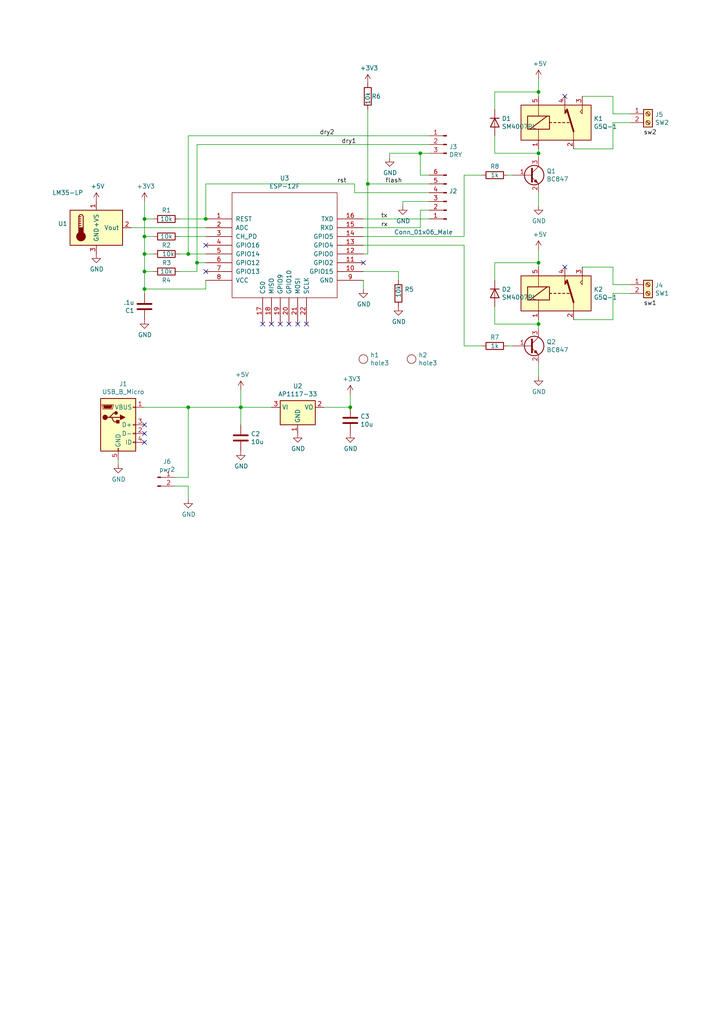
<source format=kicad_sch>
(kicad_sch (version 20230121) (generator eeschema)
  (paper "A4" portrait)
  (lib_symbols
    (symbol "Connector:Screw_Terminal_01x02" (pin_names (offset 1.016) hide)
      (property "Reference" "J" (at 0 2.54 0))
      (property "Value" "Screw_Terminal_01x02" (at 0 -5.08 0))
      (symbol "Screw_Terminal_01x02_1_1"
        (rectangle (start -1.27 1.27) (end 1.27 -3.81) (stroke (width 0.254)) (fill (type background)))
        (circle (center 0 -2.54) (radius 0.635) (stroke (width 0.1524)))
        (polyline (pts (xy -0.5334 -2.2098) (xy 0.3302 -3.048)) (stroke (width 0.1524)))
        (polyline (pts (xy -0.5334 0.3302) (xy 0.3302 -0.508)) (stroke (width 0.1524)))
        (polyline (pts (xy -0.3556 -2.032) (xy 0.508 -2.8702)) (stroke (width 0.1524)))
        (polyline (pts (xy -0.3556 0.508) (xy 0.508 -0.3302)) (stroke (width 0.1524)))
        (circle (center 0 0) (radius 0.635) (stroke (width 0.1524)))
        (pin passive line (at -5.08 0 0) (length 3.81) (name "Pin_1") (number "1"))
        (pin passive line (at -5.08 -2.54 0) (length 3.81) (name "Pin_2") (number "2"))
      )
    )
    (symbol "Device:C" (pin_numbers hide) (pin_names (offset 0.254))
      (property "Reference" "C" (at 0.635 2.54 0))
      (property "Value" "C" (at 0.635 -2.54 0))
      (symbol "C_0_1"
        (polyline (pts (xy -2.032 -0.762) (xy 2.032 -0.762)) (stroke (width 0.508)))
        (polyline (pts (xy -2.032 0.762) (xy 2.032 0.762)) (stroke (width 0.508)))
      )
      (symbol "C_1_1"
        (pin passive line (at 0 3.81 270) (length 2.794) (name "~") (number "1"))
        (pin passive line (at 0 -3.81 90) (length 2.794) (name "~") (number "2"))
      )
    )
    (symbol "Device:R" (pin_numbers hide) (pin_names (offset 0))
      (property "Reference" "R" (at 2.032 0 90))
      (property "Value" "R" (at 0 0 90))
      (symbol "R_0_1"
        (rectangle (start -1.016 -2.54) (end 1.016 2.54) (stroke (width 0.254)))
      )
      (symbol "R_1_1"
        (pin passive line (at 0 3.81 270) (length 1.27) (name "~") (number "1"))
        (pin passive line (at 0 -3.81 90) (length 1.27) (name "~") (number "2"))
      )
    )
    (symbol "Regulator_Linear:AP1117-33"
      (property "Reference" "U" (at -3.81 3.175 0))
      (property "Value" "AP1117-33" (at 0 3.175 0))
      (symbol "AP1117-33_0_1"
        (rectangle (start -5.08 -5.08) (end 5.08 1.905) (stroke (width 0.254)) (fill (type background)))
      )
      (symbol "AP1117-33_1_1"
        (pin power_in line (at 0 -7.62 90) (length 2.54) (name "GND") (number "1"))
        (pin power_out line (at 7.62 0 180) (length 2.54) (name "VO") (number "2"))
        (pin power_in line (at -7.62 0 0) (length 2.54) (name "VI") (number "3"))
      )
    )
    (symbol "Relay:G5Q-1"
      (property "Reference" "K" (at 11.43 3.81 0))
      (property "Value" "G5Q-1" (at 11.43 1.27 0))
      (symbol "G5Q-1_0_0"
        (polyline (pts (xy 7.62 5.08) (xy 7.62 2.54) (xy 6.985 3.175) (xy 7.62 3.81)))
      )
      (symbol "G5Q-1_0_1"
        (rectangle (start -10.16 5.08) (end 10.16 -5.08) (stroke (width 0.254)) (fill (type background)))
        (rectangle (start -8.255 1.905) (end -1.905 -1.905) (stroke (width 0.254)))
        (polyline (pts (xy -7.62 -1.905) (xy -2.54 1.905)) (stroke (width 0.254)))
        (polyline (pts (xy -5.08 -5.08) (xy -5.08 -1.905)))
        (polyline (pts (xy -5.08 5.08) (xy -5.08 1.905)))
        (polyline (pts (xy -1.905 0) (xy -1.27 0)) (stroke (width 0.254)))
        (polyline (pts (xy -0.635 0) (xy 0 0)) (stroke (width 0.254)))
        (polyline (pts (xy 0.635 0) (xy 1.27 0)) (stroke (width 0.254)))
        (polyline (pts (xy 1.905 0) (xy 2.54 0)) (stroke (width 0.254)))
        (polyline (pts (xy 3.175 0) (xy 3.81 0)) (stroke (width 0.254)))
        (polyline (pts (xy 5.08 -2.54) (xy 3.175 3.81)) (stroke (width 0.508)))
        (polyline (pts (xy 5.08 -2.54) (xy 5.08 -5.08)))
        (polyline (pts (xy 2.54 5.08) (xy 2.54 2.54) (xy 3.175 3.175) (xy 2.54 3.81)) (fill (type outline)))
      )
      (symbol "G5Q-1_1_1"
        (pin passive line (at -5.08 -7.62 90) (length 2.54) (name "~") (number "1"))
        (pin passive line (at 5.08 -7.62 90) (length 2.54) (name "~") (number "2"))
        (pin passive line (at 7.62 7.62 270) (length 2.54) (name "~") (number "3"))
        (pin passive line (at 2.54 7.62 270) (length 2.54) (name "~") (number "4"))
        (pin passive line (at -5.08 7.62 270) (length 2.54) (name "~") (number "5"))
      )
    )
    (symbol "Transistor_BJT:BC847" (pin_names (offset 0) hide)
      (property "Reference" "Q" (at 5.08 1.905 0))
      (property "Value" "BC847" (at 5.08 0 0))
      (symbol "BC847_0_1"
        (polyline (pts (xy 0.635 0.635) (xy 2.54 2.54)))
        (polyline (pts (xy 0.635 -0.635) (xy 2.54 -2.54) (xy 2.54 -2.54)))
        (polyline (pts (xy 0.635 1.905) (xy 0.635 -1.905) (xy 0.635 -1.905)) (stroke (width 0.508)))
        (polyline (pts (xy 1.27 -1.778) (xy 1.778 -1.27) (xy 2.286 -2.286) (xy 1.27 -1.778) (xy 1.27 -1.778)) (fill (type outline)))
        (circle (center 1.27 0) (radius 2.8194) (stroke (width 0.254)))
      )
      (symbol "BC847_1_1"
        (pin input line (at -5.08 0 0) (length 5.715) (name "B") (number "1"))
        (pin passive line (at 2.54 -5.08 90) (length 2.54) (name "E") (number "2"))
        (pin passive line (at 2.54 5.08 270) (length 2.54) (name "C") (number "3"))
      )
    )
    (symbol "device02-rescue:+3.3V-power" (power) (pin_names (offset 0))
      (property "Value" "+3.3V-power" (at 0 3.556 0))
      (symbol "+3.3V-power_0_1"
        (polyline (pts (xy -0.762 1.27) (xy 0 2.54)))
        (polyline (pts (xy 0 0) (xy 0 2.54)))
        (polyline (pts (xy 0 2.54) (xy 0.762 1.27)))
      )
      (symbol "+3.3V-power_1_1"
        (pin power_in line (at 0 0 90) (length 0) hide (name "+3V3") (number "1"))
      )
    )
    (symbol "device02-rescue:Conn_01x02_Male-Connector" (pin_names (offset 1.016) hide)
      (property "Reference" "J" (at 0 2.54 0))
      (property "Value" "Connector_Conn_01x02_Male" (at 0 -5.08 0))
      (symbol "Conn_01x02_Male-Connector_1_1"
        (polyline (pts (xy 1.27 -2.54) (xy 0.8636 -2.54)) (stroke (width 0.1524)))
        (polyline (pts (xy 1.27 0) (xy 0.8636 0)) (stroke (width 0.1524)))
        (rectangle (start 0.8636 -2.413) (end 0 -2.667) (stroke (width 0.1524)) (fill (type outline)))
        (rectangle (start 0.8636 0.127) (end 0 -0.127) (stroke (width 0.1524)) (fill (type outline)))
        (pin passive line (at 5.08 0 180) (length 3.81) (name "Pin_1") (number "1"))
        (pin passive line (at 5.08 -2.54 180) (length 3.81) (name "Pin_2") (number "2"))
      )
    )
    (symbol "device02-rescue:Conn_01x03_Male-Connector" (pin_names (offset 1.016) hide)
      (property "Reference" "J" (at 0 5.08 0))
      (property "Value" "Connector_Conn_01x03_Male" (at 0 -5.08 0))
      (symbol "Conn_01x03_Male-Connector_1_1"
        (polyline (pts (xy 1.27 -2.54) (xy 0.8636 -2.54)) (stroke (width 0.1524)))
        (polyline (pts (xy 1.27 0) (xy 0.8636 0)) (stroke (width 0.1524)))
        (polyline (pts (xy 1.27 2.54) (xy 0.8636 2.54)) (stroke (width 0.1524)))
        (rectangle (start 0.8636 -2.413) (end 0 -2.667) (stroke (width 0.1524)) (fill (type outline)))
        (rectangle (start 0.8636 0.127) (end 0 -0.127) (stroke (width 0.1524)) (fill (type outline)))
        (rectangle (start 0.8636 2.667) (end 0 2.413) (stroke (width 0.1524)) (fill (type outline)))
        (pin passive line (at 5.08 2.54 180) (length 3.81) (name "Pin_1") (number "1"))
        (pin passive line (at 5.08 0 180) (length 3.81) (name "Pin_2") (number "2"))
        (pin passive line (at 5.08 -2.54 180) (length 3.81) (name "Pin_3") (number "3"))
      )
    )
    (symbol "device02-rescue:Conn_01x06_Male-Connector" (pin_names (offset 1.016) hide)
      (property "Reference" "J" (at 0 7.62 0))
      (property "Value" "Connector_Conn_01x06_Male" (at 0 -10.16 0))
      (symbol "Conn_01x06_Male-Connector_1_1"
        (polyline (pts (xy 1.27 -7.62) (xy 0.8636 -7.62)) (stroke (width 0.1524)))
        (polyline (pts (xy 1.27 -5.08) (xy 0.8636 -5.08)) (stroke (width 0.1524)))
        (polyline (pts (xy 1.27 -2.54) (xy 0.8636 -2.54)) (stroke (width 0.1524)))
        (polyline (pts (xy 1.27 0) (xy 0.8636 0)) (stroke (width 0.1524)))
        (polyline (pts (xy 1.27 2.54) (xy 0.8636 2.54)) (stroke (width 0.1524)))
        (polyline (pts (xy 1.27 5.08) (xy 0.8636 5.08)) (stroke (width 0.1524)))
        (rectangle (start 0.8636 -7.493) (end 0 -7.747) (stroke (width 0.1524)) (fill (type outline)))
        (rectangle (start 0.8636 -4.953) (end 0 -5.207) (stroke (width 0.1524)) (fill (type outline)))
        (rectangle (start 0.8636 -2.413) (end 0 -2.667) (stroke (width 0.1524)) (fill (type outline)))
        (rectangle (start 0.8636 0.127) (end 0 -0.127) (stroke (width 0.1524)) (fill (type outline)))
        (rectangle (start 0.8636 2.667) (end 0 2.413) (stroke (width 0.1524)) (fill (type outline)))
        (rectangle (start 0.8636 5.207) (end 0 4.953) (stroke (width 0.1524)) (fill (type outline)))
        (pin passive line (at 5.08 5.08 180) (length 3.81) (name "Pin_1") (number "1"))
        (pin passive line (at 5.08 2.54 180) (length 3.81) (name "Pin_2") (number "2"))
        (pin passive line (at 5.08 0 180) (length 3.81) (name "Pin_3") (number "3"))
        (pin passive line (at 5.08 -2.54 180) (length 3.81) (name "Pin_4") (number "4"))
        (pin passive line (at 5.08 -5.08 180) (length 3.81) (name "Pin_5") (number "5"))
        (pin passive line (at 5.08 -7.62 180) (length 3.81) (name "Pin_6") (number "6"))
      )
    )
    (symbol "device02-rescue:ESP-12F-esp" (pin_names (offset 1.016))
      (property "Reference" "U" (at 0 -2.54 0))
      (property "Value" "ESP-12F-esp" (at 0 2.54 0))
      (symbol "ESP-12F-esp_1_0"
        (rectangle (start -15.24 -15.24) (end 15.24 15.24))
      )
      (symbol "ESP-12F-esp_1_1"
        (pin input line (at -22.86 7.62 0) (length 7.62) (name "REST") (number "1"))
        (pin bidirectional line (at 22.86 -7.62 180) (length 7.62) (name "GPIO15") (number "10"))
        (pin bidirectional line (at 22.86 -5.08 180) (length 7.62) (name "GPIO2") (number "11"))
        (pin bidirectional line (at 22.86 -2.54 180) (length 7.62) (name "GPIO0") (number "12"))
        (pin bidirectional line (at 22.86 0 180) (length 7.62) (name "GPIO4") (number "13"))
        (pin bidirectional line (at 22.86 2.54 180) (length 7.62) (name "GPIO5") (number "14"))
        (pin input line (at 22.86 5.08 180) (length 7.62) (name "RXD") (number "15"))
        (pin output line (at 22.86 7.62 180) (length 7.62) (name "TXD") (number "16"))
        (pin bidirectional line (at -6.35 -22.86 90) (length 7.62) (name "CS0") (number "17"))
        (pin bidirectional line (at -3.81 -22.86 90) (length 7.62) (name "MISO") (number "18"))
        (pin bidirectional line (at -1.27 -22.86 90) (length 7.62) (name "GPIO9") (number "19"))
        (pin passive line (at -22.86 5.08 0) (length 7.62) (name "ADC") (number "2"))
        (pin bidirectional line (at 1.27 -22.86 90) (length 7.62) (name "GPIO10") (number "20"))
        (pin bidirectional line (at 3.81 -22.86 90) (length 7.62) (name "MOSI") (number "21"))
        (pin bidirectional line (at 6.35 -22.86 90) (length 7.62) (name "SCLK") (number "22"))
        (pin input line (at -22.86 2.54 0) (length 7.62) (name "CH_PD") (number "3"))
        (pin bidirectional line (at -22.86 0 0) (length 7.62) (name "GPIO16") (number "4"))
        (pin bidirectional line (at -22.86 -2.54 0) (length 7.62) (name "GPIO14") (number "5"))
        (pin bidirectional line (at -22.86 -5.08 0) (length 7.62) (name "GPIO12") (number "6"))
        (pin bidirectional line (at -22.86 -7.62 0) (length 7.62) (name "GPIO13") (number "7"))
        (pin power_in line (at -22.86 -10.16 0) (length 7.62) (name "VCC") (number "8"))
        (pin power_in line (at 22.86 -10.16 180) (length 7.62) (name "GND") (number "9"))
      )
    )
    (symbol "device02-rescue:LM35-LP-Sensor_Temperature" (pin_names (offset 1.016))
      (property "Reference" "U" (at -6.35 6.35 0))
      (property "Value" "Sensor_Temperature_LM35-LP" (at 1.27 6.35 0))
      (symbol "LM35-LP-Sensor_Temperature_0_1"
        (rectangle (start -7.62 5.08) (end 7.62 -5.08) (stroke (width 0.254)) (fill (type background)))
        (circle (center -4.445 -2.54) (radius 1.27) (stroke (width 0.254)) (fill (type outline)))
        (rectangle (start -3.81 -1.905) (end -5.08 0) (stroke (width 0.254)) (fill (type outline)))
        (arc (start -3.81 3.175) (mid -4.445 3.8073) (end -5.08 3.175) (stroke (width 0.254)))
        (polyline (pts (xy -5.08 0.635) (xy -4.445 0.635)) (stroke (width 0.254)))
        (polyline (pts (xy -5.08 1.27) (xy -4.445 1.27)) (stroke (width 0.254)))
        (polyline (pts (xy -5.08 1.905) (xy -4.445 1.905)) (stroke (width 0.254)))
        (polyline (pts (xy -5.08 2.54) (xy -4.445 2.54)) (stroke (width 0.254)))
        (polyline (pts (xy -5.08 3.175) (xy -5.08 0)) (stroke (width 0.254)))
        (polyline (pts (xy -5.08 3.175) (xy -4.445 3.175)) (stroke (width 0.254)))
        (polyline (pts (xy -3.81 3.175) (xy -3.81 0)) (stroke (width 0.254)))
      )
      (symbol "LM35-LP-Sensor_Temperature_1_1"
        (pin power_in line (at 0 7.62 270) (length 2.54) (name "+VS") (number "1"))
        (pin output line (at 10.16 0 180) (length 2.54) (name "Vout") (number "2"))
        (pin power_in line (at 0 -7.62 90) (length 2.54) (name "GND") (number "3"))
      )
    )
    (symbol "device02-rescue:SM4007PL-estebanc2" (pin_numbers hide) (pin_names (offset 1.016) hide)
      (property "Reference" "D" (at 0 2.54 0))
      (property "Value" "SM4007PL-estebanc2" (at 0 -2.54 0))
      (symbol "SM4007PL-estebanc2_0_1"
        (polyline (pts (xy -1.27 1.27) (xy -1.27 -1.27)) (stroke (width 0.254)))
        (polyline (pts (xy 1.27 0) (xy -1.27 0)))
        (polyline (pts (xy 1.27 1.27) (xy 1.27 -1.27) (xy -1.27 0) (xy 1.27 1.27)) (stroke (width 0.254)))
      )
      (symbol "SM4007PL-estebanc2_1_1"
        (pin passive line (at -3.81 0 0) (length 2.54) (name "K") (number "1"))
        (pin passive line (at 3.81 0 180) (length 2.54) (name "A") (number "2"))
      )
    )
    (symbol "device02-rescue:USB_B_Micro" (pin_names (offset 1.016))
      (property "Reference" "J" (at -5.08 11.43 0))
      (property "Value" "USB_B_Micro" (at -5.08 8.89 0))
      (symbol "USB_B_Micro_0_1"
        (rectangle (start -5.08 -7.62) (end 5.08 7.62) (stroke (width 0.254)) (fill (type background)))
        (circle (center -3.81 2.159) (radius 0.635) (stroke (width 0.254)) (fill (type outline)))
        (circle (center -0.635 3.429) (radius 0.381) (stroke (width 0.254)) (fill (type outline)))
        (rectangle (start -0.127 -7.62) (end 0.127 -6.858))
        (polyline (pts (xy -1.905 2.159) (xy 0.635 2.159)) (stroke (width 0.254)))
        (polyline (pts (xy -3.175 2.159) (xy -2.54 2.159) (xy -1.27 3.429) (xy -0.635 3.429)) (stroke (width 0.254)))
        (polyline (pts (xy -2.54 2.159) (xy -1.905 2.159) (xy -1.27 0.889) (xy 0 0.889)) (stroke (width 0.254)))
        (polyline (pts (xy 0.635 2.794) (xy 0.635 1.524) (xy 1.905 2.159) (xy 0.635 2.794)) (stroke (width 0.254)) (fill (type outline)))
        (polyline (pts (xy -4.318 5.588) (xy -1.778 5.588) (xy -2.032 4.826) (xy -4.064 4.826) (xy -4.318 5.588)) (fill (type outline)))
        (polyline (pts (xy -4.699 5.842) (xy -4.699 5.588) (xy -4.445 4.826) (xy -4.445 4.572) (xy -1.651 4.572) (xy -1.651 4.826) (xy -1.397 5.588) (xy -1.397 5.842) (xy -4.699 5.842)))
        (rectangle (start 0.254 1.27) (end -0.508 0.508) (stroke (width 0.254)) (fill (type outline)))
        (rectangle (start 5.08 -5.207) (end 4.318 -4.953))
        (rectangle (start 5.08 -2.667) (end 4.318 -2.413))
        (rectangle (start 5.08 -0.127) (end 4.318 0.127))
        (rectangle (start 5.08 4.953) (end 4.318 5.207))
      )
      (symbol "USB_B_Micro_1_1"
        (pin power_out line (at 7.62 5.08 180) (length 2.54) (name "VBUS") (number "1"))
        (pin bidirectional line (at 7.62 -2.54 180) (length 2.54) (name "D-") (number "2"))
        (pin bidirectional line (at 7.62 0 180) (length 2.54) (name "D+") (number "3"))
        (pin passive line (at 7.62 -5.08 180) (length 2.54) (name "ID") (number "4"))
        (pin power_out line (at 0 -10.16 90) (length 2.54) (name "GND") (number "5"))
      )
    )
    (symbol "device02-rescue:hole3-estebanc2" (pin_numbers hide) (pin_names (offset 0) hide)
      (property "Reference" "h" (at 0 2.54 0))
      (property "Value" "hole3-estebanc2" (at 0 -2.54 0))
      (symbol "hole3-estebanc2_0_1"
        (circle (center 0 0) (radius 1.27))
      )
    )
    (symbol "power:+5V" (power) (pin_names (offset 0))
      (property "Value" "+5V" (at 0 3.556 0))
      (symbol "+5V_0_1"
        (polyline (pts (xy -0.762 1.27) (xy 0 2.54)))
        (polyline (pts (xy 0 0) (xy 0 2.54)))
        (polyline (pts (xy 0 2.54) (xy 0.762 1.27)))
      )
      (symbol "+5V_1_1"
        (pin power_in line (at 0 0 90) (length 0) hide (name "+5V") (number "1"))
      )
    )
    (symbol "power:GND" (power) (pin_names (offset 0))
      (property "Value" "GND" (at 0 -3.81 0))
      (symbol "GND_0_1"
        (polyline (pts (xy 0 0) (xy 0 -1.27) (xy 1.27 -1.27) (xy 0 -2.54) (xy -1.27 -1.27) (xy 0 -1.27)))
      )
      (symbol "GND_1_1"
        (pin power_in line (at 0 0 270) (length 0) hide (name "GND") (number "1"))
      )
    )
  )
  (junction (at 57.15 76.2))
  (junction (at 54.61 73.66))
  (junction (at 156.21 93.98))
  (junction (at 69.85 118.11))
  (junction (at 41.91 78.74))
  (junction (at 156.21 76.2))
  (junction (at 41.91 73.66))
  (junction (at 106.68 53.34))
  (junction (at 156.21 26.67))
  (junction (at 41.91 68.58))
  (junction (at 156.21 44.45))
  (junction (at 41.91 83.82))
  (junction (at 121.92 44.45))
  (junction (at 54.61 118.11))
  (junction (at 41.91 63.5))
  (junction (at 59.69 63.5))
  (junction (at 101.6 118.11))
  (no_connect (at 105.41 76.2))
  (no_connect (at 163.83 77.47))
  (no_connect (at 163.83 27.94))
  (no_connect (at 83.82 93.98))
  (no_connect (at 81.28 93.98))
  (no_connect (at 59.69 78.74))
  (no_connect (at 78.74 93.98))
  (no_connect (at 41.91 128.27))
  (no_connect (at 86.36 93.98))
  (no_connect (at 41.91 123.19))
  (no_connect (at 88.9 93.98))
  (no_connect (at 41.91 125.73))
  (no_connect (at 76.2 93.98))
  (no_connect (at 59.69 71.12))
  (wire (pts (xy 44.45 68.58) (xy 41.91 68.58)))
  (wire (pts (xy 59.69 83.82) (xy 41.91 83.82)))
  (wire (pts (xy 156.21 43.18) (xy 156.21 44.45)))
  (wire (pts (xy 52.07 73.66) (xy 54.61 73.66)))
  (wire (pts (xy 69.85 113.03) (xy 69.85 118.11)))
  (wire (pts (xy 156.21 76.2) (xy 143.51 76.2)))
  (wire (pts (xy 177.8 82.55) (xy 182.88 82.55)))
  (wire (pts (xy 38.1 66.04) (xy 59.69 66.04)))
  (wire (pts (xy 124.46 63.5) (xy 105.41 63.5)))
  (wire (pts (xy 41.91 83.82) (xy 41.91 85.09)))
  (wire (pts (xy 105.41 66.04) (xy 121.92 66.04)))
  (wire (pts (xy 41.91 63.5) (xy 41.91 58.42)))
  (wire (pts (xy 54.61 138.43) (xy 54.61 118.11)))
  (wire (pts (xy 105.41 73.66) (xy 106.68 73.66)))
  (wire (pts (xy 143.51 26.67) (xy 143.51 31.75)))
  (wire (pts (xy 156.21 93.98) (xy 143.51 93.98)))
  (wire (pts (xy 134.62 50.8) (xy 139.7 50.8)))
  (wire (pts (xy 134.62 100.33) (xy 139.7 100.33)))
  (wire (pts (xy 177.8 43.18) (xy 177.8 35.56)))
  (wire (pts (xy 121.92 50.8) (xy 121.92 44.45)))
  (wire (pts (xy 41.91 68.58) (xy 41.91 63.5)))
  (wire (pts (xy 156.21 44.45) (xy 143.51 44.45)))
  (wire (pts (xy 59.69 53.34) (xy 59.69 63.5)))
  (wire (pts (xy 177.8 33.02) (xy 182.88 33.02)))
  (wire (pts (xy 177.8 85.09) (xy 182.88 85.09)))
  (wire (pts (xy 101.6 118.11) (xy 93.98 118.11)))
  (wire (pts (xy 143.51 93.98) (xy 143.51 88.9)))
  (wire (pts (xy 102.87 55.88) (xy 102.87 53.34)))
  (wire (pts (xy 147.32 50.8) (xy 148.59 50.8)))
  (wire (pts (xy 168.91 77.47) (xy 177.8 77.47)))
  (wire (pts (xy 116.84 58.42) (xy 124.46 58.42)))
  (wire (pts (xy 113.03 44.45) (xy 113.03 45.72)))
  (wire (pts (xy 34.29 134.62) (xy 34.29 133.35)))
  (wire (pts (xy 50.8 140.97) (xy 54.61 140.97)))
  (wire (pts (xy 101.6 114.3) (xy 101.6 118.11)))
  (wire (pts (xy 156.21 76.2) (xy 156.21 77.47)))
  (wire (pts (xy 57.15 41.91) (xy 57.15 76.2)))
  (wire (pts (xy 124.46 53.34) (xy 106.68 53.34)))
  (wire (pts (xy 52.07 78.74) (xy 57.15 78.74)))
  (wire (pts (xy 156.21 55.88) (xy 156.21 59.69)))
  (wire (pts (xy 156.21 105.41) (xy 156.21 109.22)))
  (wire (pts (xy 156.21 72.39) (xy 156.21 76.2)))
  (wire (pts (xy 105.41 78.74) (xy 115.57 78.74)))
  (wire (pts (xy 59.69 63.5) (xy 52.07 63.5)))
  (wire (pts (xy 54.61 39.37) (xy 124.46 39.37)))
  (wire (pts (xy 156.21 44.45) (xy 156.21 45.72)))
  (wire (pts (xy 52.07 68.58) (xy 59.69 68.58)))
  (wire (pts (xy 106.68 31.75) (xy 106.68 53.34)))
  (wire (pts (xy 54.61 140.97) (xy 54.61 144.78)))
  (wire (pts (xy 106.68 53.34) (xy 106.68 73.66)))
  (wire (pts (xy 156.21 22.86) (xy 156.21 26.67)))
  (wire (pts (xy 57.15 41.91) (xy 124.46 41.91)))
  (wire (pts (xy 121.92 66.04) (xy 121.92 60.96)))
  (wire (pts (xy 41.91 68.58) (xy 41.91 73.66)))
  (wire (pts (xy 54.61 118.11) (xy 69.85 118.11)))
  (wire (pts (xy 54.61 73.66) (xy 59.69 73.66)))
  (wire (pts (xy 41.91 78.74) (xy 41.91 83.82)))
  (wire (pts (xy 59.69 76.2) (xy 57.15 76.2)))
  (wire (pts (xy 121.92 44.45) (xy 113.03 44.45)))
  (wire (pts (xy 134.62 71.12) (xy 134.62 100.33)))
  (wire (pts (xy 134.62 68.58) (xy 134.62 50.8)))
  (wire (pts (xy 50.8 138.43) (xy 54.61 138.43)))
  (wire (pts (xy 102.87 53.34) (xy 59.69 53.34)))
  (wire (pts (xy 57.15 76.2) (xy 57.15 78.74)))
  (wire (pts (xy 156.21 26.67) (xy 143.51 26.67)))
  (wire (pts (xy 143.51 76.2) (xy 143.51 81.28)))
  (wire (pts (xy 105.41 71.12) (xy 134.62 71.12)))
  (wire (pts (xy 116.84 58.42) (xy 116.84 59.69)))
  (wire (pts (xy 156.21 92.71) (xy 156.21 93.98)))
  (wire (pts (xy 166.37 43.18) (xy 177.8 43.18)))
  (wire (pts (xy 166.37 92.71) (xy 177.8 92.71)))
  (wire (pts (xy 69.85 123.19) (xy 69.85 118.11)))
  (wire (pts (xy 44.45 78.74) (xy 41.91 78.74)))
  (wire (pts (xy 177.8 35.56) (xy 182.88 35.56)))
  (wire (pts (xy 177.8 92.71) (xy 177.8 85.09)))
  (wire (pts (xy 121.92 60.96) (xy 124.46 60.96)))
  (wire (pts (xy 147.32 100.33) (xy 148.59 100.33)))
  (wire (pts (xy 44.45 73.66) (xy 41.91 73.66)))
  (wire (pts (xy 124.46 44.45) (xy 121.92 44.45)))
  (wire (pts (xy 143.51 44.45) (xy 143.51 39.37)))
  (wire (pts (xy 156.21 93.98) (xy 156.21 95.25)))
  (wire (pts (xy 177.8 27.94) (xy 177.8 33.02)))
  (wire (pts (xy 105.41 68.58) (xy 134.62 68.58)))
  (wire (pts (xy 41.91 73.66) (xy 41.91 78.74)))
  (wire (pts (xy 41.91 118.11) (xy 54.61 118.11)))
  (wire (pts (xy 156.21 26.67) (xy 156.21 27.94)))
  (wire (pts (xy 124.46 50.8) (xy 121.92 50.8)))
  (wire (pts (xy 54.61 73.66) (xy 54.61 39.37)))
  (wire (pts (xy 177.8 77.47) (xy 177.8 82.55)))
  (wire (pts (xy 168.91 27.94) (xy 177.8 27.94)))
  (wire (pts (xy 44.45 63.5) (xy 41.91 63.5)))
  (wire (pts (xy 115.57 78.74) (xy 115.57 81.28)))
  (wire (pts (xy 69.85 118.11) (xy 78.74 118.11)))
  (wire (pts (xy 105.41 83.82) (xy 105.41 81.28)))
  (wire (pts (xy 124.46 55.88) (xy 102.87 55.88)))
  (wire (pts (xy 59.69 81.28) (xy 59.69 83.82)))
  (label "sw1" (at 186.69 88.9 0))
  (label "dry1" (at 99.06 41.91 0))
  (label "flash" (at 111.76 53.34 0))
  (label "tx" (at 110.49 63.5 0))
  (label "rx" (at 110.49 66.04 0))
  (label "dry2" (at 92.71 39.37 0))
  (label "sw2" (at 186.69 39.37 0))
  (label "rst" (at 97.79 53.34 0))
  (symbol (lib_id "device02-rescue:USB_B_Micro") (at 34.29 123.19 0) (unit 1)
    (property "Reference" "J1" (at 35.7378 111.3282 0))
    (property "Value" "USB_B_Micro" (at 35.7378 113.6396 0))
    (property "Footprint" "device022:micro_usb_b_dual" (effects hide))
  )
  (symbol (lib_id "Device:R") (at 48.26 63.5 270) (unit 1)
    (property "Reference" "R1" (at 48.26 60.96 90))
    (property "Value" "10k" (at 48.26 63.5 90))
    (property "Footprint" "device022:C_0402_1005Metric" (effects hide))
  )
  (symbol (lib_id "Device:R") (at 48.26 68.58 270) (unit 1)
    (property "Reference" "R2" (at 48.26 71.12 90))
    (property "Value" "10k" (at 48.26 68.58 90))
    (property "Footprint" "device022:C_0402_1005Metric" (effects hide))
  )
  (symbol (lib_id "device02-rescue:ESP-12F-esp") (at 82.55 71.12 0) (unit 1)
    (property "Reference" "U3" (at 82.55 51.689 0))
    (property "Value" "ESP-12F" (at 82.55 54.0004 0))
    (property "Footprint" "device022:ESP-12E_SMD" (effects hide))
  )
  (symbol (lib_id "Relay:G5Q-1") (at 161.29 35.56 0) (unit 1)
    (property "Reference" "K1" (at 172.212 34.3916 0) (effects (justify left)))
    (property "Value" "G5Q-1" (at 172.212 36.703 0) (effects (justify left)))
    (property "Footprint" "device022:Relay_SPDT_NT78_C_S_0.6" (effects hide))
    (property "Datasheet" "https://www.omron.com/ecb/products/pdf/en-g5q.pdf" (effects hide))
  )
  (symbol (lib_id "Regulator_Linear:AP1117-33") (at 86.36 118.11 0) (unit 1)
    (property "Reference" "U2" (at 86.36 111.9632 0))
    (property "Value" "AP1117-33" (at 86.36 114.2746 0))
    (property "Footprint" "device022:SOT-223-3_TabPin2" (effects hide))
    (property "Datasheet" "http://www.diodes.com/datasheets/AP1117.pdf" (effects hide))
  )
  (symbol (lib_id "power:GND") (at 86.36 125.73 0) (unit 1)
    (property "Reference" "#PWR0101" (effects hide))
    (property "Value" "GND" (at 86.487 130.1242 0))
  )
  (symbol (lib_id "power:GND") (at 156.21 59.69 0) (unit 1)
    (property "Reference" "#PWR0102" (effects hide))
    (property "Value" "GND" (at 156.337 64.0842 0))
  )
  (symbol (lib_id "power:+5V") (at 69.85 113.03 0) (unit 1)
    (property "Reference" "#PWR0103" (effects hide))
    (property "Value" "+5V" (at 70.231 108.6358 0))
  )
  (symbol (lib_id "device02-rescue:+3.3V-power") (at 101.6 114.3 0) (unit 1)
    (property "Reference" "#PWR0104" (effects hide))
    (property "Value" "+3.3V" (at 101.981 109.9058 0))
  )
  (symbol (lib_id "Device:R") (at 48.26 78.74 270) (unit 1)
    (property "Reference" "R4" (at 48.26 81.28 90))
    (property "Value" "10k" (at 48.26 78.74 90))
    (property "Footprint" "device022:C_0402_1005Metric" (effects hide))
  )
  (symbol (lib_id "Transistor_BJT:BC847") (at 153.67 50.8 0) (unit 1)
    (property "Reference" "Q1" (at 158.5214 49.6316 0) (effects (justify left)))
    (property "Value" "BC847" (at 158.5214 51.943 0) (effects (justify left)))
    (property "Footprint" "device022:SOT-23" (effects hide))
    (property "Datasheet" "http://www.infineon.com/dgdl/Infineon-BC847SERIES_BC848SERIES_BC849SERIES_BC850SERIES-DS-v01_01-en.pdf?fileId=db3a304314dca389011541d4630a1657" (effects hide))
  )
  (symbol (lib_id "power:+5V") (at 156.21 22.86 0) (unit 1)
    (property "Reference" "#PWR0105" (effects hide))
    (property "Value" "+5V" (at 156.591 18.4658 0))
  )
  (symbol (lib_id "Device:R") (at 143.51 50.8 90) (unit 1)
    (property "Reference" "R8" (at 143.51 48.26 90))
    (property "Value" "1k" (at 143.51 50.8 90))
    (property "Footprint" "device022:C_0402_1005Metric" (effects hide))
  )
  (symbol (lib_id "Connector:Screw_Terminal_01x02") (at 187.96 33.02 0) (unit 1)
    (property "Reference" "J5" (at 189.992 33.2232 0) (effects (justify left)))
    (property "Value" "SW2" (at 189.992 35.5346 0) (effects (justify left)))
    (property "Footprint" "device022:TerminalBlock_RND_205-00232_1x02_P5.08mm_Horizontal" (effects hide))
  )
  (symbol (lib_id "Relay:G5Q-1") (at 161.29 85.09 0) (unit 1)
    (property "Reference" "K2" (at 172.212 83.9216 0) (effects (justify left)))
    (property "Value" "G5Q-1" (at 172.212 86.233 0) (effects (justify left)))
    (property "Footprint" "device022:Relay_SPDT_NT78_C_S_0.6" (effects hide))
    (property "Datasheet" "https://www.omron.com/ecb/products/pdf/en-g5q.pdf" (effects hide))
  )
  (symbol (lib_id "power:GND") (at 156.21 109.22 0) (unit 1)
    (property "Reference" "#PWR0106" (effects hide))
    (property "Value" "GND" (at 156.337 113.6142 0))
  )
  (symbol (lib_id "Transistor_BJT:BC847") (at 153.67 100.33 0) (unit 1)
    (property "Reference" "Q2" (at 158.5214 99.1616 0) (effects (justify left)))
    (property "Value" "BC847" (at 158.5214 101.473 0) (effects (justify left)))
    (property "Footprint" "device022:SOT-23" (effects hide))
    (property "Datasheet" "http://www.infineon.com/dgdl/Infineon-BC847SERIES_BC848SERIES_BC849SERIES_BC850SERIES-DS-v01_01-en.pdf?fileId=db3a304314dca389011541d4630a1657" (effects hide))
  )
  (symbol (lib_id "power:+5V") (at 156.21 72.39 0) (unit 1)
    (property "Reference" "#PWR0107" (effects hide))
    (property "Value" "+5V" (at 156.591 67.9958 0))
  )
  (symbol (lib_id "Device:R") (at 143.51 100.33 270) (unit 1)
    (property "Reference" "R7" (at 143.51 97.79 90))
    (property "Value" "1k" (at 143.51 100.33 90))
    (property "Footprint" "device022:C_0402_1005Metric" (effects hide))
  )
  (symbol (lib_id "power:GND") (at 105.41 83.82 0) (unit 1)
    (property "Reference" "#PWR0109" (effects hide))
    (property "Value" "GND" (at 105.537 88.2142 0))
  )
  (symbol (lib_id "Device:C") (at 101.6 121.92 0) (unit 1)
    (property "Reference" "C3" (at 104.521 120.7516 0) (effects (justify left)))
    (property "Value" "10u" (at 104.521 123.063 0) (effects (justify left)))
    (property "Footprint" "device022:C_1206_3216Metric" (effects hide))
  )
  (symbol (lib_id "power:GND") (at 101.6 125.73 0) (unit 1)
    (property "Reference" "#PWR04" (effects hide))
    (property "Value" "GND" (at 101.727 130.1242 0))
  )
  (symbol (lib_id "Device:C") (at 69.85 127 0) (unit 1)
    (property "Reference" "C2" (at 72.771 125.8316 0) (effects (justify left)))
    (property "Value" "10u" (at 72.771 128.143 0) (effects (justify left)))
    (property "Footprint" "device022:C_1206_3216Metric" (effects hide))
  )
  (symbol (lib_id "power:GND") (at 69.85 130.81 0) (unit 1)
    (property "Reference" "#PWR03" (effects hide))
    (property "Value" "GND" (at 69.977 135.2042 0))
  )
  (symbol (lib_id "Device:C") (at 41.91 88.9 180) (unit 1)
    (property "Reference" "C1" (at 38.989 90.0684 0) (effects (justify left)))
    (property "Value" ".1u" (at 38.989 87.757 0) (effects (justify left)))
    (property "Footprint" "device022:C_0402_1005Metric" (effects hide))
  )
  (symbol (lib_id "power:GND") (at 41.91 92.71 0) (unit 1)
    (property "Reference" "#PWR0111" (effects hide))
    (property "Value" "GND" (at 42.037 97.1042 0))
  )
  (symbol (lib_id "device02-rescue:+3.3V-power") (at 41.91 58.42 0) (unit 1)
    (property "Reference" "#PWR02" (effects hide))
    (property "Value" "+3.3V" (at 42.291 54.0258 0))
  )
  (symbol (lib_id "device02-rescue:Conn_01x03_Male-Connector") (at 129.54 41.91 0) (mirror y) (unit 1)
    (property "Reference" "J3" (at 130.2512 42.5704 0) (effects (justify right)))
    (property "Value" "DRY" (at 130.2512 44.8818 0) (effects (justify right)))
    (property "Footprint" "device022:PinHeader_1x03_P2.54mm_Vertical" (effects hide))
  )
  (symbol (lib_id "power:GND") (at 113.03 45.72 0) (unit 1)
    (property "Reference" "#PWR0118" (effects hide))
    (property "Value" "GND" (at 113.157 50.1142 0))
  )
  (symbol (lib_id "device02-rescue:LM35-LP-Sensor_Temperature") (at 27.94 66.04 0) (unit 1)
    (property "Reference" "U1" (at 19.5834 64.8716 0) (effects (justify right)))
    (property "Value" "LM35-LP" (at 24.13 55.88 0) (effects (justify right)))
    (property "Footprint" "device022:TO-92" (effects hide))
    (property "Datasheet" "http://www.ti.com/lit/ds/symlink/lm35.pdf" (effects hide))
  )
  (symbol (lib_id "power:GND") (at 27.94 73.66 0) (unit 1)
    (property "Reference" "#PWR0113" (effects hide))
    (property "Value" "GND" (at 28.067 78.0542 0))
  )
  (symbol (lib_id "power:+5V") (at 27.94 58.42 0) (unit 1)
    (property "Reference" "#PWR0114" (effects hide))
    (property "Value" "+5V" (at 28.321 54.0258 0))
  )
  (symbol (lib_id "device02-rescue:Conn_01x06_Male-Connector") (at 129.54 58.42 180) (unit 1)
    (property "Reference" "J2" (at 130.2512 55.4228 0) (effects (justify right)))
    (property "Value" "Conn_01x06_Male" (at 114.3 67.31 0) (effects (justify right)))
    (property "Footprint" "device022:edge6" (effects hide))
  )
  (symbol (lib_id "power:GND") (at 116.84 59.69 0) (unit 1)
    (property "Reference" "#PWR0115" (effects hide))
    (property "Value" "GND" (at 116.967 64.0842 0))
  )
  (symbol (lib_id "Device:R") (at 106.68 27.94 180) (unit 1)
    (property "Reference" "R6" (at 110.49 27.94 0) (effects (justify left)))
    (property "Value" "10k" (at 106.68 26.67 90) (effects (justify left)))
    (property "Footprint" "device022:C_0402_1005Metric" (effects hide))
  )
  (symbol (lib_id "Device:R") (at 115.57 85.09 0) (unit 1)
    (property "Reference" "R5" (at 117.348 83.9216 0) (effects (justify left)))
    (property "Value" "10k" (at 115.57 86.36 90) (effects (justify left)))
    (property "Footprint" "device022:C_0402_1005Metric" (effects hide))
  )
  (symbol (lib_id "device02-rescue:SM4007PL-estebanc2") (at 143.51 35.56 270) (unit 1)
    (property "Reference" "D1" (at 145.542 34.3916 90) (effects (justify left)))
    (property "Value" "SM4007PL" (at 145.542 36.703 90) (effects (justify left)))
    (property "Footprint" "device022:SM4007PL" (effects hide))
    (property "Datasheet" "http://www.vishay.com/docs/88503/1n4001.pdf" (effects hide))
  )
  (symbol (lib_id "device02-rescue:SM4007PL-estebanc2") (at 143.51 85.09 270) (unit 1)
    (property "Reference" "D2" (at 145.542 83.9216 90) (effects (justify left)))
    (property "Value" "SM4007PL" (at 145.542 86.233 90) (effects (justify left)))
    (property "Footprint" "device022:SM4007PL" (effects hide))
    (property "Datasheet" "http://www.vishay.com/docs/88503/1n4001.pdf" (effects hide))
  )
  (symbol (lib_id "power:GND") (at 115.57 88.9 0) (unit 1)
    (property "Reference" "#PWR0116" (effects hide))
    (property "Value" "GND" (at 115.697 93.2942 0))
  )
  (symbol (lib_id "device02-rescue:+3.3V-power") (at 106.68 24.13 0) (unit 1)
    (property "Reference" "#PWR0117" (effects hide))
    (property "Value" "+3.3V" (at 107.061 19.7358 0))
  )
  (symbol (lib_id "device02-rescue:hole3-estebanc2") (at 105.41 104.14 0) (unit 1)
    (property "Reference" "h1" (at 107.3912 102.9716 0) (effects (justify left)))
    (property "Value" "hole3" (at 107.3912 105.283 0) (effects (justify left)))
    (property "Footprint" "device022:hole3" (effects hide))
  )
  (symbol (lib_id "device02-rescue:hole3-estebanc2") (at 119.38 104.14 0) (unit 1)
    (property "Reference" "h2" (at 121.3612 102.9716 0) (effects (justify left)))
    (property "Value" "hole3" (at 121.3612 105.283 0) (effects (justify left)))
    (property "Footprint" "device022:hole3" (effects hide))
  )
  (symbol (lib_id "Connector:Screw_Terminal_01x02") (at 187.96 82.55 0) (unit 1)
    (property "Reference" "J4" (at 189.992 82.7532 0) (effects (justify left)))
    (property "Value" "SW1" (at 189.992 85.0646 0) (effects (justify left)))
    (property "Footprint" "device022:TerminalBlock_RND_205-00232_1x02_P5.08mm_Horizontal" (effects hide))
  )
  (symbol (lib_id "Device:R") (at 48.26 73.66 270) (unit 1)
    (property "Reference" "R3" (at 46.99 76.2 90) (effects (justify left)))
    (property "Value" "10k" (at 46.99 73.66 90) (effects (justify left)))
    (property "Footprint" "device022:C_0402_1005Metric" (effects hide))
  )
  (symbol (lib_id "power:GND") (at 34.29 134.62 0) (unit 1)
    (property "Reference" "#PWR0108" (effects hide))
    (property "Value" "GND" (at 34.417 139.0142 0))
  )
  (symbol (lib_id "device02-rescue:Conn_01x02_Male-Connector") (at 45.72 138.43 0) (unit 1)
    (property "Reference" "J6" (at 48.4632 133.8326 0))
    (property "Value" "pwr2" (at 48.4632 136.144 0))
    (property "Footprint" "device022:PinHeader_1x02_P2.54mm_Vertical" (effects hide))
  )
  (symbol (lib_id "power:GND") (at 54.61 144.78 0) (unit 1)
    (property "Reference" "#PWR01" (effects hide))
    (property "Value" "GND" (at 54.737 149.1742 0))
  )
)
</source>
